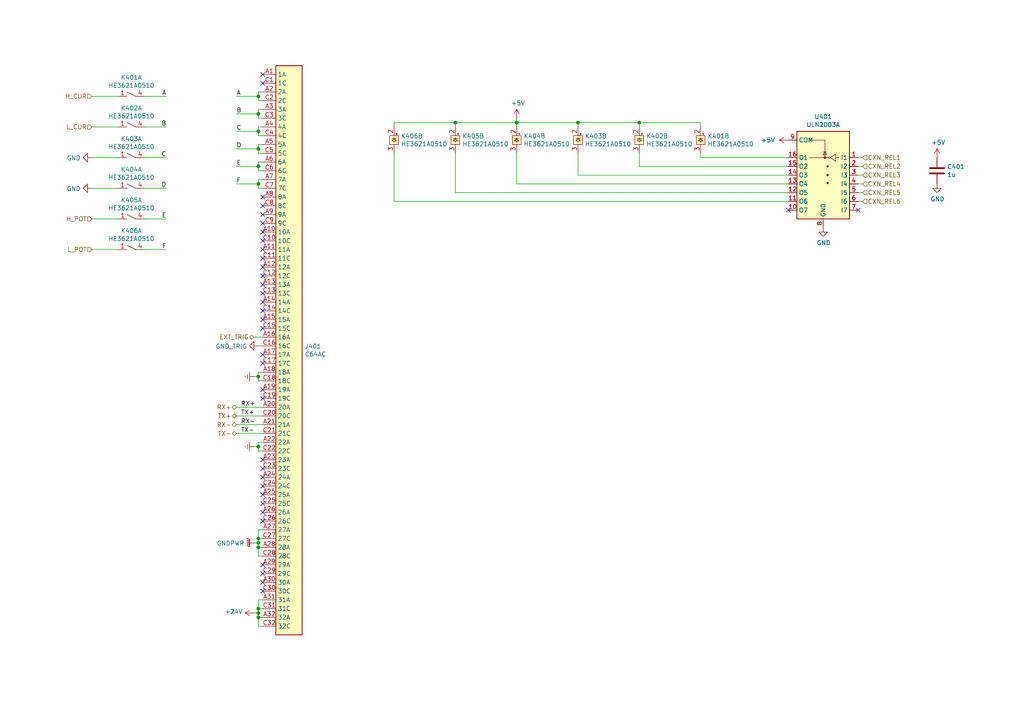
<source format=kicad_sch>
(kicad_sch (version 20230121) (generator eeschema)
  (paper "A4")
  (title_block (title "Connector") (date "2020-03-07") (rev "1.00"))
  (lib_symbols
    (symbol "Connector:C64AC"
      (property "Reference" "J" (at 0 85.09 0))
      (property "Value" "Connector_C64AC" (at 6.35 1.27 90))
      (symbol "C64AC_0_1"
        (rectangle (start -3.81 -81.28) (end 3.81 83.82) (stroke (width 0.254)) (fill (type background)))
      )
      (symbol "C64AC_1_1"
        (pin passive line (at -7.62 81.28 0) (length 3.81) (name "1A") (number "A1"))
        (pin passive line (at -7.62 35.56 0) (length 3.81) (name "10A") (number "A10"))
        (pin passive line (at -7.62 30.48 0) (length 3.81) (name "11A") (number "A11"))
        (pin passive line (at -7.62 25.4 0) (length 3.81) (name "12A") (number "A12"))
        (pin passive line (at -7.62 20.32 0) (length 3.81) (name "13A") (number "A13"))
        (pin passive line (at -7.62 15.24 0) (length 3.81) (name "14A") (number "A14"))
        (pin passive line (at -7.62 10.16 0) (length 3.81) (name "15A") (number "A15"))
        (pin passive line (at -7.62 5.08 0) (length 3.81) (name "16A") (number "A16"))
        (pin passive line (at -7.62 0 0) (length 3.81) (name "17A") (number "A17"))
        (pin passive line (at -7.62 -5.08 0) (length 3.81) (name "18A") (number "A18"))
        (pin passive line (at -7.62 -10.16 0) (length 3.81) (name "19A") (number "A19"))
        (pin passive line (at -7.62 76.2 0) (length 3.81) (name "2A") (number "A2"))
        (pin passive line (at -7.62 -15.24 0) (length 3.81) (name "20A") (number "A20"))
        (pin passive line (at -7.62 -20.32 0) (length 3.81) (name "21A") (number "A21"))
        (pin passive line (at -7.62 -25.4 0) (length 3.81) (name "22A") (number "A22"))
        (pin passive line (at -7.62 -30.48 0) (length 3.81) (name "23A") (number "A23"))
        (pin passive line (at -7.62 -35.56 0) (length 3.81) (name "24A") (number "A24"))
        (pin passive line (at -7.62 -40.64 0) (length 3.81) (name "25A") (number "A25"))
        (pin passive line (at -7.62 -45.72 0) (length 3.81) (name "26A") (number "A26"))
        (pin passive line (at -7.62 -50.8 0) (length 3.81) (name "27A") (number "A27"))
        (pin passive line (at -7.62 -55.88 0) (length 3.81) (name "28A") (number "A28"))
        (pin passive line (at -7.62 -60.96 0) (length 3.81) (name "29A") (number "A29"))
        (pin passive line (at -7.62 71.12 0) (length 3.81) (name "3A") (number "A3"))
        (pin passive line (at -7.62 -66.04 0) (length 3.81) (name "30A") (number "A30"))
        (pin passive line (at -7.62 -71.12 0) (length 3.81) (name "31A") (number "A31"))
        (pin passive line (at -7.62 -76.2 0) (length 3.81) (name "32A") (number "A32"))
        (pin passive line (at -7.62 66.04 0) (length 3.81) (name "4A") (number "A4"))
        (pin passive line (at -7.62 60.96 0) (length 3.81) (name "5A") (number "A5"))
        (pin passive line (at -7.62 55.88 0) (length 3.81) (name "6A") (number "A6"))
        (pin passive line (at -7.62 50.8 0) (length 3.81) (name "7A") (number "A7"))
        (pin passive line (at -7.62 45.72 0) (length 3.81) (name "8A") (number "A8"))
        (pin passive line (at -7.62 40.64 0) (length 3.81) (name "9A") (number "A9"))
        (pin passive line (at -7.62 78.74 0) (length 3.81) (name "1C") (number "C1"))
        (pin passive line (at -7.62 33.02 0) (length 3.81) (name "10C") (number "C10"))
        (pin passive line (at -7.62 27.94 0) (length 3.81) (name "11C") (number "C11"))
        (pin passive line (at -7.62 22.86 0) (length 3.81) (name "12C") (number "C12"))
        (pin passive line (at -7.62 17.78 0) (length 3.81) (name "13C") (number "C13"))
        (pin passive line (at -7.62 12.7 0) (length 3.81) (name "14C") (number "C14"))
        (pin passive line (at -7.62 7.62 0) (length 3.81) (name "15C") (number "C15"))
        (pin passive line (at -7.62 2.54 0) (length 3.81) (name "16C") (number "C16"))
        (pin passive line (at -7.62 -2.54 0) (length 3.81) (name "17C") (number "C17"))
        (pin passive line (at -7.62 -7.62 0) (length 3.81) (name "18C") (number "C18"))
        (pin passive line (at -7.62 -12.7 0) (length 3.81) (name "19C") (number "C19"))
        (pin passive line (at -7.62 73.66 0) (length 3.81) (name "2C") (number "C2"))
        (pin passive line (at -7.62 -17.78 0) (length 3.81) (name "20C") (number "C20"))
        (pin passive line (at -7.62 -22.86 0) (length 3.81) (name "21C") (number "C21"))
        (pin passive line (at -7.62 -27.94 0) (length 3.81) (name "22C") (number "C22"))
        (pin passive line (at -7.62 -33.02 0) (length 3.81) (name "23C") (number "C23"))
        (pin passive line (at -7.62 -38.1 0) (length 3.81) (name "24C") (number "C24"))
        (pin passive line (at -7.62 -43.18 0) (length 3.81) (name "25C") (number "C25"))
        (pin passive line (at -7.62 -48.26 0) (length 3.81) (name "26C") (number "C26"))
        (pin passive line (at -7.62 -53.34 0) (length 3.81) (name "27C") (number "C27"))
        (pin passive line (at -7.62 -58.42 0) (length 3.81) (name "28C") (number "C28"))
        (pin passive line (at -7.62 -63.5 0) (length 3.81) (name "29C") (number "C29"))
        (pin passive line (at -7.62 68.58 0) (length 3.81) (name "3C") (number "C3"))
        (pin passive line (at -7.62 -68.58 0) (length 3.81) (name "30C") (number "C30"))
        (pin passive line (at -7.62 -73.66 0) (length 3.81) (name "31C") (number "C31"))
        (pin passive line (at -7.62 -78.74 0) (length 3.81) (name "32C") (number "C32"))
        (pin passive line (at -7.62 63.5 0) (length 3.81) (name "4C") (number "C4"))
        (pin passive line (at -7.62 58.42 0) (length 3.81) (name "5C") (number "C5"))
        (pin passive line (at -7.62 53.34 0) (length 3.81) (name "6C") (number "C6"))
        (pin passive line (at -7.62 48.26 0) (length 3.81) (name "7C") (number "C7"))
        (pin passive line (at -7.62 43.18 0) (length 3.81) (name "8C") (number "C8"))
        (pin passive line (at -7.62 38.1 0) (length 3.81) (name "9C") (number "C9"))
      )
    )
    (symbol "Device:C" (pin_numbers hide) (pin_names (offset 0.254))
      (property "Reference" "C" (at 0.635 2.54 0))
      (property "Value" "C" (at 0.635 -2.54 0))
      (symbol "C_0_1"
        (polyline (pts (xy -2.032 -0.762) (xy 2.032 -0.762)) (stroke (width 0.508)))
        (polyline (pts (xy -2.032 0.762) (xy 2.032 0.762)) (stroke (width 0.508)))
      )
      (symbol "C_1_1"
        (pin passive line (at 0 3.81 270) (length 2.794) (name "~") (number "1"))
        (pin passive line (at 0 -3.81 90) (length 2.794) (name "~") (number "2"))
      )
    )
    (symbol "ETH1CLCR2:GND_TRIG" (power) (pin_names (offset 0))
      (property "Value" "GND_TRIG" (at 0 -3.81 0))
      (symbol "GND_TRIG_0_1"
        (polyline (pts (xy 0 0) (xy 0 -1.27) (xy 1.27 -1.27) (xy 0 -2.54) (xy -1.27 -1.27) (xy 0 -1.27)))
      )
      (symbol "GND_TRIG_1_1"
        (pin power_in line (at 0 0 270) (length 0) hide (name "GND_TRIG") (number "1"))
      )
    )
    (symbol "ETH1CLCR2:HE3621A0510" (pin_names (offset 1.016))
      (property "Reference" "K" (at 6.35 1.27 0))
      (property "Value" "HE3621A0510" (at 6.35 -1.27 0))
      (symbol "HE3621A0510_1_1"
        (polyline (pts (xy 0 -1.27) (xy 1.27 1.27)))
        (pin passive line (at 0 3.81 270) (length 2.54) (name "~") (number "1"))
        (pin passive line (at 0 -3.81 90) (length 2.54) (name "~") (number "4"))
      )
      (symbol "HE3621A0510_2_1"
        (polyline (pts (xy 0 -0.254) (xy 0 -0.635)))
        (polyline (pts (xy 0 0.381) (xy 0 0.762)))
        (polyline (pts (xy 0.508 1.778) (xy 1.016 1.778)))
        (polyline (pts (xy 0.635 0.381) (xy -0.635 0.381)))
        (polyline (pts (xy 0.762 2.032) (xy 0.762 1.524)))
        (polyline (pts (xy 0.635 -0.254) (xy -0.635 -0.254) (xy 0 0.381) (xy 0.635 -0.254)))
        (rectangle (start 1.27 1.27) (end -1.27 -1.27) (fill (type background)))
        (pin passive line (at 0 3.81 270) (length 2.54) (name "~") (number "2"))
        (pin passive line (at 0 -3.81 90) (length 2.54) (name "~") (number "3"))
      )
    )
    (symbol "Transistor_Array:ULN2003A"
      (property "Reference" "U" (at 0 15.875 0))
      (property "Value" "ULN2003A" (at 0 13.97 0))
      (symbol "ULN2003A_0_1"
        (rectangle (start -7.62 -12.7) (end 7.62 12.7) (stroke (width 0.254)) (fill (type background)))
        (circle (center -1.778 5.08) (radius 0.254))
        (circle (center -1.27 -2.286) (radius 0.254) (fill (type outline)))
        (circle (center -1.27 0) (radius 0.254) (fill (type outline)))
        (circle (center -1.27 2.54) (radius 0.254) (fill (type outline)))
        (circle (center -0.508 5.08) (radius 0.254) (fill (type outline)))
        (polyline (pts (xy -4.572 5.08) (xy -3.556 5.08)))
        (polyline (pts (xy -1.524 5.08) (xy 4.064 5.08)))
        (polyline (pts (xy 0 6.731) (xy -1.016 6.731)))
        (polyline (pts (xy -0.508 5.08) (xy -0.508 10.16) (xy 2.921 10.16)))
        (polyline (pts (xy -3.556 6.096) (xy -3.556 4.064) (xy -2.032 5.08) (xy -3.556 6.096)))
        (polyline (pts (xy 0 5.969) (xy -1.016 5.969) (xy -0.508 6.731) (xy 0 5.969)))
      )
      (symbol "ULN2003A_1_1"
        (pin input line (at -10.16 5.08 0) (length 2.54) (name "I1") (number "1"))
        (pin open_collector line (at 10.16 -10.16 180) (length 2.54) (name "O7") (number "10"))
        (pin open_collector line (at 10.16 -7.62 180) (length 2.54) (name "O6") (number "11"))
        (pin open_collector line (at 10.16 -5.08 180) (length 2.54) (name "O5") (number "12"))
        (pin open_collector line (at 10.16 -2.54 180) (length 2.54) (name "O4") (number "13"))
        (pin open_collector line (at 10.16 0 180) (length 2.54) (name "O3") (number "14"))
        (pin open_collector line (at 10.16 2.54 180) (length 2.54) (name "O2") (number "15"))
        (pin open_collector line (at 10.16 5.08 180) (length 2.54) (name "O1") (number "16"))
        (pin input line (at -10.16 2.54 0) (length 2.54) (name "I2") (number "2"))
        (pin input line (at -10.16 0 0) (length 2.54) (name "I3") (number "3"))
        (pin input line (at -10.16 -2.54 0) (length 2.54) (name "I4") (number "4"))
        (pin input line (at -10.16 -5.08 0) (length 2.54) (name "I5") (number "5"))
        (pin input line (at -10.16 -7.62 0) (length 2.54) (name "I6") (number "6"))
        (pin input line (at -10.16 -10.16 0) (length 2.54) (name "I7") (number "7"))
        (pin power_in line (at 0 -15.24 90) (length 2.54) (name "GND") (number "8"))
        (pin passive line (at 10.16 10.16 180) (length 2.54) (name "COM") (number "9"))
      )
    )
    (symbol "power:+24V" (power) (pin_names (offset 0))
      (property "Value" "+24V" (at 0 3.556 0))
      (symbol "+24V_0_1"
        (polyline (pts (xy -0.762 1.27) (xy 0 2.54)))
        (polyline (pts (xy 0 0) (xy 0 2.54)))
        (polyline (pts (xy 0 2.54) (xy 0.762 1.27)))
      )
      (symbol "+24V_1_1"
        (pin power_in line (at 0 0 90) (length 0) hide (name "+24V") (number "1"))
      )
    )
    (symbol "power:+5V" (power) (pin_names (offset 0))
      (property "Value" "+5V" (at 0 3.556 0))
      (symbol "+5V_0_1"
        (polyline (pts (xy -0.762 1.27) (xy 0 2.54)))
        (polyline (pts (xy 0 0) (xy 0 2.54)))
        (polyline (pts (xy 0 2.54) (xy 0.762 1.27)))
      )
      (symbol "+5V_1_1"
        (pin power_in line (at 0 0 90) (length 0) hide (name "+5V") (number "1"))
      )
    )
    (symbol "power:Earth" (power) (pin_names (offset 0))
      (symbol "Earth_0_1"
        (polyline (pts (xy -0.635 -1.905) (xy 0.635 -1.905)))
        (polyline (pts (xy -0.127 -2.54) (xy 0.127 -2.54)))
        (polyline (pts (xy 0 -1.27) (xy 0 0)))
        (polyline (pts (xy 1.27 -1.27) (xy -1.27 -1.27)))
      )
      (symbol "Earth_1_1"
        (pin power_in line (at 0 0 270) (length 0) hide (name "Earth") (number "1"))
      )
    )
    (symbol "power:GND" (power) (pin_names (offset 0))
      (property "Value" "GND" (at 0 -3.81 0))
      (symbol "GND_0_1"
        (polyline (pts (xy 0 0) (xy 0 -1.27) (xy 1.27 -1.27) (xy 0 -2.54) (xy -1.27 -1.27) (xy 0 -1.27)))
      )
      (symbol "GND_1_1"
        (pin power_in line (at 0 0 270) (length 0) hide (name "GND") (number "1"))
      )
    )
    (symbol "power:GNDPWR" (power) (pin_names (offset 0))
      (property "Value" "GNDPWR" (at 0 -3.302 0))
      (symbol "GNDPWR_0_1"
        (polyline (pts (xy 0 -1.27) (xy 0 0)))
        (polyline (pts (xy -1.016 -1.27) (xy -1.27 -2.032) (xy -1.27 -2.032)) (stroke (width 0.2032)))
        (polyline (pts (xy -0.508 -1.27) (xy -0.762 -2.032) (xy -0.762 -2.032)) (stroke (width 0.2032)))
        (polyline (pts (xy 0 -1.27) (xy -0.254 -2.032) (xy -0.254 -2.032)) (stroke (width 0.2032)))
        (polyline (pts (xy 0.508 -1.27) (xy 0.254 -2.032) (xy 0.254 -2.032)) (stroke (width 0.2032)))
        (polyline (pts (xy 1.016 -1.27) (xy -1.016 -1.27) (xy -1.016 -1.27)) (stroke (width 0.2032)))
        (polyline (pts (xy 1.016 -1.27) (xy 0.762 -2.032) (xy 0.762 -2.032) (xy 0.762 -2.032)) (stroke (width 0.2032)))
      )
      (symbol "GNDPWR_1_1"
        (pin power_in line (at 0 0 270) (length 0) hide (name "GNDPWR") (number "1"))
      )
    )
  )
  (junction (at 167.64 35.56))
  (junction (at 74.93 48.26))
  (junction (at 185.42 35.56))
  (junction (at 74.93 129.54))
  (junction (at 74.93 53.34))
  (junction (at 74.93 109.22))
  (junction (at 74.93 157.48))
  (junction (at 74.93 38.1))
  (junction (at 149.86 35.56))
  (junction (at 74.93 179.07))
  (junction (at 74.93 156.21))
  (junction (at 74.93 177.8))
  (junction (at 74.93 33.02))
  (junction (at 132.08 35.56))
  (junction (at 74.93 43.18))
  (junction (at 74.93 27.94))
  (junction (at 74.93 158.75))
  (junction (at 74.93 176.53))
  (no_connect (at 76.2 69.85))
  (no_connect (at 76.2 151.13))
  (no_connect (at 76.2 102.87))
  (no_connect (at 76.2 135.89))
  (no_connect (at 76.2 113.03))
  (no_connect (at 76.2 133.35))
  (no_connect (at 76.2 21.59))
  (no_connect (at 76.2 115.57))
  (no_connect (at 76.2 138.43))
  (no_connect (at 76.2 143.51))
  (no_connect (at 76.2 59.69))
  (no_connect (at 76.2 146.05))
  (no_connect (at 76.2 24.13))
  (no_connect (at 76.2 82.55))
  (no_connect (at 76.2 57.15))
  (no_connect (at 76.2 67.31))
  (no_connect (at 76.2 140.97))
  (no_connect (at 76.2 74.93))
  (no_connect (at 76.2 72.39))
  (no_connect (at 76.2 166.37))
  (no_connect (at 76.2 62.23))
  (no_connect (at 76.2 148.59))
  (no_connect (at 248.92 60.96))
  (no_connect (at 76.2 95.25))
  (no_connect (at 76.2 90.17))
  (no_connect (at 76.2 92.71))
  (no_connect (at 76.2 171.45))
  (no_connect (at 76.2 168.91))
  (no_connect (at 76.2 80.01))
  (no_connect (at 76.2 77.47))
  (no_connect (at 76.2 64.77))
  (no_connect (at 76.2 85.09))
  (no_connect (at 76.2 163.83))
  (no_connect (at 76.2 105.41))
  (no_connect (at 76.2 87.63))
  (no_connect (at 228.6 60.96))
  (wire (pts (xy 74.93 157.48) (xy 74.93 156.21)))
  (wire (pts (xy 76.2 120.65) (xy 68.58 120.65)))
  (wire (pts (xy 74.93 48.26) (xy 74.93 49.53)))
  (wire (pts (xy 74.93 153.67) (xy 76.2 153.67)))
  (wire (pts (xy 203.2 35.56) (xy 203.2 36.83)))
  (wire (pts (xy 74.93 41.91) (xy 74.93 43.18)))
  (wire (pts (xy 74.93 158.75) (xy 74.93 157.48)))
  (wire (pts (xy 74.93 44.45) (xy 76.2 44.45)))
  (wire (pts (xy 167.64 36.83) (xy 167.64 35.56)))
  (wire (pts (xy 76.2 158.75) (xy 74.93 158.75)))
  (wire (pts (xy 74.93 156.21) (xy 74.93 153.67)))
  (wire (pts (xy 228.6 53.34) (xy 149.86 53.34)))
  (wire (pts (xy 228.6 58.42) (xy 114.3 58.42)))
  (wire (pts (xy 74.93 130.81) (xy 76.2 130.81)))
  (wire (pts (xy 114.3 44.45) (xy 114.3 58.42)))
  (wire (pts (xy 167.64 35.56) (xy 185.42 35.56)))
  (wire (pts (xy 74.93 109.22) (xy 74.93 110.49)))
  (wire (pts (xy 250.19 45.72) (xy 248.92 45.72)))
  (wire (pts (xy 228.6 48.26) (xy 185.42 48.26)))
  (wire (pts (xy 76.2 123.19) (xy 68.58 123.19)))
  (wire (pts (xy 132.08 35.56) (xy 132.08 36.83)))
  (wire (pts (xy 76.2 176.53) (xy 74.93 176.53)))
  (wire (pts (xy 74.93 129.54) (xy 74.93 130.81)))
  (wire (pts (xy 41.91 72.39) (xy 48.26 72.39)))
  (wire (pts (xy 185.42 44.45) (xy 185.42 48.26)))
  (wire (pts (xy 74.93 177.8) (xy 74.93 176.53)))
  (wire (pts (xy 250.19 50.8) (xy 248.92 50.8)))
  (wire (pts (xy 74.93 31.75) (xy 74.93 33.02)))
  (wire (pts (xy 76.2 36.83) (xy 74.93 36.83)))
  (wire (pts (xy 73.66 177.8) (xy 74.93 177.8)))
  (wire (pts (xy 34.29 54.61) (xy 26.67 54.61)))
  (wire (pts (xy 185.42 35.56) (xy 185.42 36.83)))
  (wire (pts (xy 74.93 52.07) (xy 74.93 53.34)))
  (wire (pts (xy 76.2 107.95) (xy 74.93 107.95)))
  (wire (pts (xy 34.29 45.72) (xy 26.67 45.72)))
  (wire (pts (xy 132.08 44.45) (xy 132.08 55.88)))
  (wire (pts (xy 74.93 100.33) (xy 76.2 100.33)))
  (wire (pts (xy 149.86 35.56) (xy 167.64 35.56)))
  (wire (pts (xy 250.19 53.34) (xy 248.92 53.34)))
  (wire (pts (xy 228.6 45.72) (xy 203.2 45.72)))
  (wire (pts (xy 74.93 39.37) (xy 76.2 39.37)))
  (wire (pts (xy 74.93 110.49) (xy 76.2 110.49)))
  (wire (pts (xy 74.93 27.94) (xy 68.58 27.94)))
  (wire (pts (xy 74.93 38.1) (xy 74.93 39.37)))
  (wire (pts (xy 74.93 33.02) (xy 68.58 33.02)))
  (wire (pts (xy 74.93 43.18) (xy 74.93 44.45)))
  (wire (pts (xy 74.93 26.67) (xy 74.93 27.94)))
  (wire (pts (xy 76.2 125.73) (xy 68.58 125.73)))
  (wire (pts (xy 73.66 109.22) (xy 74.93 109.22)))
  (wire (pts (xy 250.19 48.26) (xy 248.92 48.26)))
  (wire (pts (xy 203.2 45.72) (xy 203.2 44.45)))
  (wire (pts (xy 167.64 44.45) (xy 167.64 50.8)))
  (wire (pts (xy 76.2 128.27) (xy 74.93 128.27)))
  (wire (pts (xy 74.93 33.02) (xy 74.93 34.29)))
  (wire (pts (xy 74.93 53.34) (xy 68.58 53.34)))
  (wire (pts (xy 228.6 50.8) (xy 167.64 50.8)))
  (wire (pts (xy 74.93 173.99) (xy 76.2 173.99)))
  (wire (pts (xy 149.86 36.83) (xy 149.86 35.56)))
  (wire (pts (xy 34.29 63.5) (xy 26.67 63.5)))
  (wire (pts (xy 74.93 34.29) (xy 76.2 34.29)))
  (wire (pts (xy 228.6 55.88) (xy 132.08 55.88)))
  (wire (pts (xy 73.66 157.48) (xy 74.93 157.48)))
  (wire (pts (xy 250.19 58.42) (xy 248.92 58.42)))
  (wire (pts (xy 76.2 46.99) (xy 74.93 46.99)))
  (wire (pts (xy 114.3 35.56) (xy 132.08 35.56)))
  (wire (pts (xy 114.3 36.83) (xy 114.3 35.56)))
  (wire (pts (xy 132.08 35.56) (xy 149.86 35.56)))
  (wire (pts (xy 74.93 179.07) (xy 74.93 177.8)))
  (wire (pts (xy 74.93 36.83) (xy 74.93 38.1)))
  (wire (pts (xy 74.93 53.34) (xy 74.93 54.61)))
  (wire (pts (xy 76.2 179.07) (xy 74.93 179.07)))
  (wire (pts (xy 76.2 181.61) (xy 74.93 181.61)))
  (wire (pts (xy 74.93 176.53) (xy 74.93 173.99)))
  (wire (pts (xy 76.2 156.21) (xy 74.93 156.21)))
  (wire (pts (xy 74.93 54.61) (xy 76.2 54.61)))
  (wire (pts (xy 149.86 34.29) (xy 149.86 35.56)))
  (wire (pts (xy 250.19 55.88) (xy 248.92 55.88)))
  (wire (pts (xy 73.66 129.54) (xy 74.93 129.54)))
  (wire (pts (xy 149.86 44.45) (xy 149.86 53.34)))
  (wire (pts (xy 41.91 45.72) (xy 48.26 45.72)))
  (wire (pts (xy 74.93 29.21) (xy 76.2 29.21)))
  (wire (pts (xy 76.2 52.07) (xy 74.93 52.07)))
  (wire (pts (xy 74.93 38.1) (xy 68.58 38.1)))
  (wire (pts (xy 41.91 36.83) (xy 48.26 36.83)))
  (wire (pts (xy 74.93 107.95) (xy 74.93 109.22)))
  (wire (pts (xy 74.93 161.29) (xy 74.93 158.75)))
  (wire (pts (xy 76.2 31.75) (xy 74.93 31.75)))
  (wire (pts (xy 74.93 46.99) (xy 74.93 48.26)))
  (wire (pts (xy 41.91 63.5) (xy 48.26 63.5)))
  (wire (pts (xy 76.2 118.11) (xy 68.58 118.11)))
  (wire (pts (xy 41.91 27.94) (xy 48.26 27.94)))
  (wire (pts (xy 76.2 26.67) (xy 74.93 26.67)))
  (wire (pts (xy 76.2 161.29) (xy 74.93 161.29)))
  (wire (pts (xy 185.42 35.56) (xy 203.2 35.56)))
  (wire (pts (xy 76.2 41.91) (xy 74.93 41.91)))
  (wire (pts (xy 34.29 27.94) (xy 26.67 27.94)))
  (wire (pts (xy 74.93 43.18) (xy 68.58 43.18)))
  (wire (pts (xy 74.93 128.27) (xy 74.93 129.54)))
  (wire (pts (xy 74.93 181.61) (xy 74.93 179.07)))
  (wire (pts (xy 73.66 97.79) (xy 76.2 97.79)))
  (wire (pts (xy 74.93 49.53) (xy 76.2 49.53)))
  (wire (pts (xy 34.29 36.83) (xy 26.67 36.83)))
  (wire (pts (xy 74.93 27.94) (xy 74.93 29.21)))
  (wire (pts (xy 34.29 72.39) (xy 26.67 72.39)))
  (wire (pts (xy 74.93 48.26) (xy 68.58 48.26)))
  (wire (pts (xy 41.91 54.61) (xy 48.26 54.61)))
  (label "B" (at 68.58 33.02 0))
  (label "C" (at 48.26 45.72 180))
  (label "B" (at 48.26 36.83 180))
  (label "E" (at 48.26 63.5 180))
  (label "TX-" (at 69.85 125.73 0))
  (label "F" (at 48.26 72.39 180))
  (label "A" (at 48.26 27.94 180))
  (label "F" (at 68.58 53.34 0))
  (label "D" (at 68.58 43.18 0))
  (label "RX+" (at 69.85 118.11 0))
  (label "C" (at 68.58 38.1 0))
  (label "TX+" (at 69.85 120.65 0))
  (label "RX-" (at 69.85 123.19 0))
  (label "D" (at 48.26 54.61 180))
  (label "E" (at 68.58 48.26 0))
  (label "A" (at 68.58 27.94 0))
  (hierarchical_label "TX+" (shape bidirectional) (at 68.58 120.65 180))
  (hierarchical_label "H_POT" (shape input) (at 26.67 63.5 180))
  (hierarchical_label "CXN_REL5" (shape input) (at 250.19 55.88 0))
  (hierarchical_label "RX+" (shape bidirectional) (at 68.58 118.11 180))
  (hierarchical_label "L_CUR" (shape input) (at 26.67 36.83 180))
  (hierarchical_label "CXN_REL6" (shape input) (at 250.19 58.42 0))
  (hierarchical_label "H_CUR" (shape input) (at 26.67 27.94 180))
  (hierarchical_label "RX-" (shape bidirectional) (at 68.58 123.19 180))
  (hierarchical_label "CXN_REL4" (shape input) (at 250.19 53.34 0))
  (hierarchical_label "TX-" (shape bidirectional) (at 68.58 125.73 180))
  (hierarchical_label "L_POT" (shape input) (at 26.67 72.39 180))
  (hierarchical_label "CXN_REL3" (shape input) (at 250.19 50.8 0))
  (hierarchical_label "CXN_REL1" (shape input) (at 250.19 45.72 0))
  (hierarchical_label "EXT_TRIG" (shape bidirectional) (at 73.66 97.79 180))
  (hierarchical_label "CXN_REL2" (shape input) (at 250.19 48.26 0))
  (symbol (lib_id "Connector:C64AC") (at 83.82 102.87 0) (unit 1)
    (property "Reference" "J401" (at 88.392 100.4316 0) (effects (justify left)))
    (property "Value" "C64AC" (at 88.392 102.743 0) (effects (justify left)))
    (property "Footprint" "ETH1CLCR2:Socket_DIN41612-CaseC1-AC-Male-64Pin-2rows" (effects hide))
    (property "Datasheet" " ~" (effects hide))
  )
  (symbol (lib_id "power:Earth") (at 73.66 129.54 270) (unit 1)
    (property "Reference" "#PWR0409" (effects hide))
    (property "Value" "Earth" (effects hide))
  )
  (symbol (lib_id "power:Earth") (at 73.66 109.22 270) (unit 1)
    (property "Reference" "#PWR0408" (effects hide))
    (property "Value" "Earth" (effects hide))
  )
  (symbol (lib_id "power:GNDPWR") (at 73.66 157.48 270) (unit 1)
    (property "Reference" "#PWR0410" (effects hide))
    (property "Value" "GNDPWR" (at 70.8914 157.5816 90) (effects (justify right)))
  )
  (symbol (lib_id "power:+24V") (at 73.66 177.8 90) (unit 1)
    (property "Reference" "#PWR0411" (effects hide))
    (property "Value" "+24V" (at 70.4088 177.419 90) (effects (justify left)))
  )
  (symbol (lib_id "ETH1CLCR2:GND_TRIG") (at 74.93 100.33 270) (unit 1)
    (property "Reference" "#PWR0407" (effects hide))
    (property "Value" "GND_TRIG" (at 71.6788 100.457 90) (effects (justify right)))
  )
  (symbol (lib_id "ETH1CLCR2:HE3621A0510") (at 38.1 72.39 90) (unit 1)
    (property "Reference" "K406" (at 38.1 66.929 90))
    (property "Value" "HE3621A0510" (at 38.1 69.2404 90))
    (property "Footprint" "ETH1CLCR2:HE360_x-5050462-8" (effects hide))
  )
  (symbol (lib_id "ETH1CLCR2:HE3621A0510") (at 114.3 40.64 0) (unit 2)
    (property "Reference" "K406" (at 116.2812 39.4716 0) (effects (justify left)))
    (property "Value" "HE3621A0510" (at 116.2812 41.783 0) (effects (justify left)))
    (property "Footprint" "ETH1CLCR2:HE360_x-5050462-8" (effects hide))
  )
  (symbol (lib_id "power:GND") (at 26.67 54.61 270) (unit 1)
    (property "Reference" "#PWR0101" (effects hide))
    (property "Value" "GND" (at 23.4188 54.737 90) (effects (justify right)))
  )
  (symbol (lib_id "power:GND") (at 26.67 45.72 270) (unit 1)
    (property "Reference" "#PWR0403" (effects hide))
    (property "Value" "GND" (at 23.4188 45.847 90) (effects (justify right)))
  )
  (symbol (lib_id "ETH1CLCR2:HE3621A0510") (at 38.1 27.94 90) (unit 1)
    (property "Reference" "K401" (at 38.1 22.479 90))
    (property "Value" "HE3621A0510" (at 38.1 24.7904 90))
    (property "Footprint" "ETH1CLCR2:HE360_x-5050462-8" (effects hide))
  )
  (symbol (lib_id "ETH1CLCR2:HE3621A0510") (at 203.2 40.64 0) (unit 2)
    (property "Reference" "K401" (at 205.1812 39.4716 0) (effects (justify left)))
    (property "Value" "HE3621A0510" (at 205.1812 41.783 0) (effects (justify left)))
    (property "Footprint" "ETH1CLCR2:HE360_x-5050462-8" (effects hide))
  )
  (symbol (lib_id "ETH1CLCR2:HE3621A0510") (at 38.1 36.83 90) (unit 1)
    (property "Reference" "K402" (at 38.1 31.369 90))
    (property "Value" "HE3621A0510" (at 38.1 33.6804 90))
    (property "Footprint" "ETH1CLCR2:HE360_x-5050462-8" (effects hide))
  )
  (symbol (lib_id "ETH1CLCR2:HE3621A0510") (at 185.42 40.64 0) (unit 2)
    (property "Reference" "K402" (at 187.4012 39.4716 0) (effects (justify left)))
    (property "Value" "HE3621A0510" (at 187.4012 41.783 0) (effects (justify left)))
    (property "Footprint" "ETH1CLCR2:HE360_x-5050462-8" (effects hide))
  )
  (symbol (lib_id "ETH1CLCR2:HE3621A0510") (at 38.1 45.72 90) (unit 1)
    (property "Reference" "K403" (at 38.1 40.259 90))
    (property "Value" "HE3621A0510" (at 38.1 42.5704 90))
    (property "Footprint" "ETH1CLCR2:HE360_x-5050462-8" (effects hide))
  )
  (symbol (lib_id "ETH1CLCR2:HE3621A0510") (at 167.64 40.64 0) (unit 2)
    (property "Reference" "K403" (at 169.6212 39.4716 0) (effects (justify left)))
    (property "Value" "HE3621A0510" (at 169.6212 41.783 0) (effects (justify left)))
    (property "Footprint" "ETH1CLCR2:HE360_x-5050462-8" (effects hide))
  )
  (symbol (lib_id "ETH1CLCR2:HE3621A0510") (at 38.1 54.61 90) (unit 1)
    (property "Reference" "K404" (at 38.1 49.149 90))
    (property "Value" "HE3621A0510" (at 38.1 51.4604 90))
    (property "Footprint" "ETH1CLCR2:HE360_x-5050462-8" (effects hide))
  )
  (symbol (lib_id "ETH1CLCR2:HE3621A0510") (at 149.86 40.64 0) (unit 2)
    (property "Reference" "K404" (at 151.8412 39.4716 0) (effects (justify left)))
    (property "Value" "HE3621A0510" (at 151.8412 41.783 0) (effects (justify left)))
    (property "Footprint" "ETH1CLCR2:HE360_x-5050462-8" (effects hide))
  )
  (symbol (lib_id "ETH1CLCR2:HE3621A0510") (at 38.1 63.5 90) (unit 1)
    (property "Reference" "K405" (at 38.1 58.039 90))
    (property "Value" "HE3621A0510" (at 38.1 60.3504 90))
    (property "Footprint" "ETH1CLCR2:HE360_x-5050462-8" (effects hide))
  )
  (symbol (lib_id "ETH1CLCR2:HE3621A0510") (at 132.08 40.64 0) (unit 2)
    (property "Reference" "K405" (at 134.0612 39.4716 0) (effects (justify left)))
    (property "Value" "HE3621A0510" (at 134.0612 41.783 0) (effects (justify left)))
    (property "Footprint" "ETH1CLCR2:HE360_x-5050462-8" (effects hide))
  )
  (symbol (lib_id "power:+5V") (at 149.86 34.29 0) (unit 1)
    (property "Reference" "#PWR0401" (effects hide))
    (property "Value" "+5V" (at 150.241 29.8958 0))
  )
  (symbol (lib_id "Transistor_Array:ULN2003A") (at 238.76 50.8 0) (mirror y) (unit 1)
    (property "Reference" "U401" (at 238.76 33.8582 0))
    (property "Value" "ULN2003A" (at 238.76 36.1696 0))
    (property "Footprint" "Package_SO:TSSOP-16_4.4x5mm_P0.65mm" (effects hide))
    (property "Datasheet" "http://www.ti.com/lit/ds/symlink/uln2003a.pdf" (effects hide))
  )
  (symbol (lib_id "power:+5V") (at 228.6 40.64 90) (unit 1)
    (property "Reference" "#PWR0402" (effects hide))
    (property "Value" "+5V" (at 224.79 40.64 90) (effects (justify left)))
  )
  (symbol (lib_id "power:GND") (at 238.76 66.04 0) (unit 1)
    (property "Reference" "#PWR0406" (effects hide))
    (property "Value" "GND" (at 238.887 70.4342 0))
  )
  (symbol (lib_id "power:GND") (at 271.78 53.34 0) (unit 1)
    (property "Reference" "#PWR0405" (effects hide))
    (property "Value" "GND" (at 271.907 57.7342 0))
  )
  (symbol (lib_id "Device:C") (at 271.78 49.53 0) (unit 1)
    (property "Reference" "C401" (at 274.701 48.3616 0) (effects (justify left)))
    (property "Value" "1u" (at 274.701 50.673 0) (effects (justify left)))
    (property "Footprint" "Capacitor_SMD:C_0603_1608Metric_Pad1.08x0.95mm_HandSolder" (effects hide))
  )
  (symbol (lib_id "power:+5V") (at 271.78 45.72 0) (unit 1)
    (property "Reference" "#PWR0404" (effects hide))
    (property "Value" "+5V" (at 272.161 41.3258 0))
  )
)
</source>
